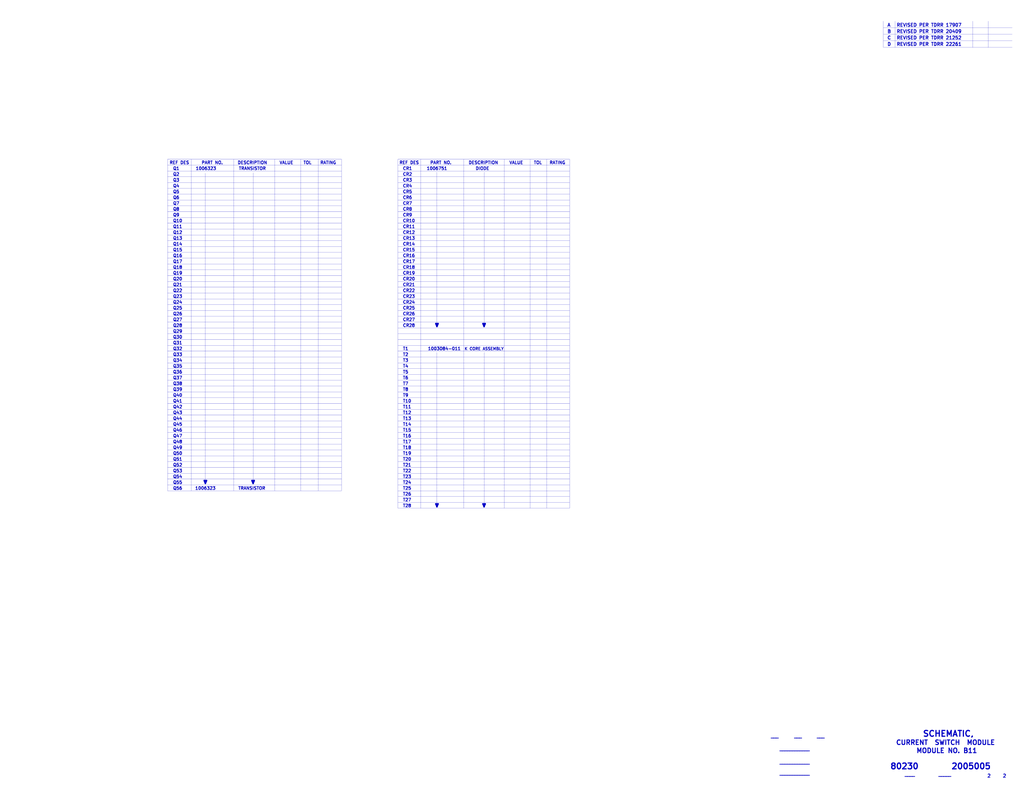
<source format=kicad_sch>
(kicad_sch (version 20211123) (generator eeschema)
  (paper "E")
  (lib_symbols)
  (polyline (pts (xy 299.72 173.99) (xy 299.72 535.94)) (stroke (width 0) (type solid)))
  (polyline (pts (xy 182.88 237.49) (xy 372.745 237.49)) (stroke (width 0) (type solid)))
  (polyline (pts (xy 529.59 353.3902) (xy 528.32 356.5652)) (stroke (width 1.524) (type solid)))
  (polyline (pts (xy 182.88 307.34) (xy 372.745 307.34)) (stroke (width 0) (type solid)))
  (polyline (pts (xy 434.34 542.29) (xy 621.665 542.29)) (stroke (width 0) (type solid)))
  (polyline (pts (xy 476.885 553.4152) (xy 475.615 550.2402)) (stroke (width 1.524) (type solid)))
  (polyline (pts (xy 276.225 528.32) (xy 276.225 188.595)) (stroke (width 0) (type solid)))
  (polyline (pts (xy 182.88 256.54) (xy 372.745 256.54)) (stroke (width 0) (type solid)))
  (polyline (pts (xy 434.34 205.74) (xy 621.665 205.74)) (stroke (width 0) (type solid)))
  (polyline (pts (xy 434.34 224.79) (xy 621.665 224.79)) (stroke (width 0) (type solid)))
  (polyline (pts (xy 372.745 535.94) (xy 372.745 173.99)) (stroke (width 0) (type solid)))
  (polyline (pts (xy 434.34 275.59) (xy 621.665 275.59)) (stroke (width 0) (type solid)))
  (polyline (pts (xy 475.615 353.3902) (xy 478.155 353.3902)) (stroke (width 1.524) (type solid)))
  (polyline (pts (xy 274.955 524.8402) (xy 277.495 524.8402)) (stroke (width 1.524) (type solid)))
  (polyline (pts (xy 434.34 466.09) (xy 621.665 466.09)) (stroke (width 0) (type solid)))
  (polyline (pts (xy 182.88 364.49) (xy 372.745 364.49)) (stroke (width 0) (type solid)))
  (polyline (pts (xy 434.34 212.09) (xy 621.665 212.09)) (stroke (width 0) (type solid)))
  (polyline (pts (xy 434.34 294.64) (xy 621.665 294.64)) (stroke (width 0) (type solid)))
  (polyline (pts (xy 434.34 231.14) (xy 621.665 231.14)) (stroke (width 0) (type solid)))
  (polyline (pts (xy 434.34 326.39) (xy 621.665 326.39)) (stroke (width 0) (type solid)))
  (polyline (pts (xy 434.34 288.29) (xy 621.665 288.29)) (stroke (width 0) (type solid)))
  (polyline (pts (xy 434.34 345.44) (xy 621.665 345.44)) (stroke (width 0) (type solid)))
  (polyline (pts (xy 182.88 193.04) (xy 372.745 193.04)) (stroke (width 0) (type solid)))
  (polyline (pts (xy 182.88 453.39) (xy 372.745 453.39)) (stroke (width 0) (type solid)))
  (polyline (pts (xy 434.34 453.39) (xy 621.665 453.39)) (stroke (width 0) (type solid)))
  (polyline (pts (xy 434.34 510.54) (xy 621.665 510.54)) (stroke (width 0) (type solid)))
  (polyline (pts (xy 225.425 524.8402) (xy 224.155 528.0152)) (stroke (width 1.524) (type solid)))
  (polyline (pts (xy 182.88 199.39) (xy 372.745 199.39)) (stroke (width 0) (type solid)))
  (polyline (pts (xy 475.615 550.2402) (xy 478.155 550.2402)) (stroke (width 1.524) (type solid)))
  (polyline (pts (xy 976.8332 23.114) (xy 976.8332 51.816)) (stroke (width 0) (type solid)))
  (polyline (pts (xy 182.88 173.99) (xy 182.88 535.94)) (stroke (width 0) (type solid)))
  (polyline (pts (xy 182.88 402.59) (xy 372.745 402.59)) (stroke (width 0) (type solid)))
  (polyline (pts (xy 182.88 288.29) (xy 372.745 288.29)) (stroke (width 0) (type solid)))
  (polyline (pts (xy 528.32 356.5652) (xy 527.05 353.3902)) (stroke (width 1.524) (type solid)))
  (polyline (pts (xy 182.88 447.04) (xy 372.745 447.04)) (stroke (width 0) (type solid)))
  (polyline (pts (xy 528.32 553.4152) (xy 527.05 550.2402)) (stroke (width 1.524) (type solid)))
  (polyline (pts (xy 506.095 173.99) (xy 506.095 554.99)) (stroke (width 0) (type solid)))
  (polyline (pts (xy 182.88 281.94) (xy 372.745 281.94)) (stroke (width 0) (type solid)))
  (polyline (pts (xy 434.34 193.04) (xy 621.665 193.04)) (stroke (width 0) (type solid)))
  (polyline (pts (xy 434.34 447.04) (xy 621.665 447.04)) (stroke (width 0) (type solid)))
  (polyline (pts (xy 434.34 440.69) (xy 621.665 440.69)) (stroke (width 0) (type solid)))
  (polyline (pts (xy 434.34 173.99) (xy 621.665 173.99)) (stroke (width 0) (type solid)))
  (polyline (pts (xy 182.88 326.39) (xy 372.745 326.39)) (stroke (width 0) (type solid)))
  (polyline (pts (xy 434.34 250.19) (xy 621.665 250.19)) (stroke (width 0) (type solid)))
  (polyline (pts (xy 182.88 186.69) (xy 372.745 186.69)) (stroke (width 0) (type solid)))
  (polyline (pts (xy 182.88 516.89) (xy 372.745 516.89)) (stroke (width 0) (type solid)))
  (polyline (pts (xy 182.88 415.29) (xy 372.745 415.29)) (stroke (width 0) (type solid)))
  (polyline (pts (xy 434.34 472.44) (xy 621.665 472.44)) (stroke (width 0) (type solid)))
  (polyline (pts (xy 434.34 364.49) (xy 621.665 364.49)) (stroke (width 0) (type solid)))
  (polyline (pts (xy 434.34 218.44) (xy 621.665 218.44)) (stroke (width 0) (type solid)))
  (polyline (pts (xy 182.88 510.54) (xy 372.745 510.54)) (stroke (width 0) (type solid)))
  (polyline (pts (xy 529.59 550.2402) (xy 528.32 553.4152)) (stroke (width 1.524) (type solid)))
  (polyline (pts (xy 527.05 550.2402) (xy 529.59 550.2402)) (stroke (width 1.524) (type solid)))
  (polyline (pts (xy 182.88 294.64) (xy 372.745 294.64)) (stroke (width 0) (type solid)))
  (polyline (pts (xy 434.34 377.19) (xy 621.665 377.19)) (stroke (width 0) (type solid)))
  (polyline (pts (xy 182.88 389.89) (xy 372.745 389.89)) (stroke (width 0) (type solid)))
  (polyline (pts (xy 434.34 256.54) (xy 621.665 256.54)) (stroke (width 0) (type solid)))
  (polyline (pts (xy 434.34 180.34) (xy 621.665 180.34)) (stroke (width 0) (type solid)))
  (polyline (pts (xy 182.88 523.24) (xy 372.745 523.24)) (stroke (width 0) (type solid)))
  (polyline (pts (xy 434.34 332.74) (xy 621.665 332.74)) (stroke (width 0) (type solid)))
  (polyline (pts (xy 182.88 529.59) (xy 372.745 529.59)) (stroke (width 0) (type solid)))
  (polyline (pts (xy 208.915 173.99) (xy 208.915 535.94)) (stroke (width 0) (type solid)))
  (polyline (pts (xy 434.34 529.59) (xy 621.665 529.59)) (stroke (width 0) (type solid)))
  (polyline (pts (xy 434.34 408.94) (xy 621.665 408.94)) (stroke (width 0) (type solid)))
  (polyline (pts (xy 224.155 189.23) (xy 224.155 528.32)) (stroke (width 0) (type solid)))
  (polyline (pts (xy 182.88 313.69) (xy 372.745 313.69)) (stroke (width 0) (type solid)))
  (polyline (pts (xy 434.34 358.14) (xy 621.665 358.14)) (stroke (width 0) (type solid)))
  (polyline (pts (xy 182.88 396.24) (xy 372.745 396.24)) (stroke (width 0) (type solid)))
  (polyline (pts (xy 964.1332 23.114) (xy 964.1332 51.816)) (stroke (width 0) (type solid)))
  (polyline (pts (xy 434.34 497.84) (xy 621.665 497.84)) (stroke (width 0) (type solid)))
  (polyline (pts (xy 347.345 173.99) (xy 347.345 535.94)) (stroke (width 0) (type solid)))
  (polyline (pts (xy 527.05 353.3902) (xy 529.59 353.3902)) (stroke (width 1.524) (type solid)))
  (polyline (pts (xy 182.88 212.09) (xy 372.745 212.09)) (stroke (width 0) (type solid)))
  (polyline (pts (xy 182.88 275.59) (xy 372.745 275.59)) (stroke (width 0) (type solid)))
  (polyline (pts (xy 434.34 300.99) (xy 621.665 300.99)) (stroke (width 0) (type solid)))
  (polyline (pts (xy 434.34 548.64) (xy 621.665 548.64)) (stroke (width 0) (type solid)))
  (polyline (pts (xy 182.88 504.19) (xy 372.745 504.19)) (stroke (width 0) (type solid)))
  (polyline (pts (xy 276.225 528.0152) (xy 274.955 524.8402)) (stroke (width 1.524) (type solid)))
  (polyline (pts (xy 476.885 384.81) (xy 476.885 553.72)) (stroke (width 0) (type solid)))
  (polyline (pts (xy 182.88 478.79) (xy 372.745 478.79)) (stroke (width 0) (type solid)))
  (polyline (pts (xy 1078.4332 23.114) (xy 1078.4332 51.816)) (stroke (width 0) (type solid)))
  (polyline (pts (xy 182.88 339.09) (xy 372.745 339.09)) (stroke (width 0) (type solid)))
  (polyline (pts (xy 1104.7222 44.323) (xy 964.1332 44.323)) (stroke (width 0) (type solid)))
  (polyline (pts (xy 222.885 524.8402) (xy 225.425 524.8402)) (stroke (width 1.524) (type solid)))
  (polyline (pts (xy 434.34 427.99) (xy 621.665 427.99)) (stroke (width 0) (type solid)))
  (polyline (pts (xy 277.495 524.8402) (xy 276.225 528.0152)) (stroke (width 1.524) (type solid)))
  (polyline (pts (xy 182.88 262.89) (xy 372.745 262.89)) (stroke (width 0) (type solid)))
  (polyline (pts (xy 434.34 389.89) (xy 621.665 389.89)) (stroke (width 0) (type solid)))
  (polyline (pts (xy 182.88 345.44) (xy 372.745 345.44)) (stroke (width 0) (type solid)))
  (polyline (pts (xy 182.88 218.44) (xy 372.745 218.44)) (stroke (width 0) (type solid)))
  (polyline (pts (xy 434.34 402.59) (xy 621.665 402.59)) (stroke (width 0) (type solid)))
  (polyline (pts (xy 434.34 516.89) (xy 621.665 516.89)) (stroke (width 0) (type solid)))
  (polyline (pts (xy 182.88 466.09) (xy 372.745 466.09)) (stroke (width 0) (type solid)))
  (polyline (pts (xy 182.88 243.84) (xy 372.745 243.84)) (stroke (width 0) (type solid)))
  (polyline (pts (xy 434.34 199.39) (xy 621.665 199.39)) (stroke (width 0) (type solid)))
  (polyline (pts (xy 182.88 427.99) (xy 372.745 427.99)) (stroke (width 0) (type solid)))
  (polyline (pts (xy 434.34 504.19) (xy 621.665 504.19)) (stroke (width 0) (type solid)))
  (polyline (pts (xy 964.3872 51.816) (xy 1104.7222 51.816)) (stroke (width 0) (type solid)))
  (polyline (pts (xy 182.88 440.69) (xy 372.745 440.69)) (stroke (width 0) (type solid)))
  (polyline (pts (xy 478.155 550.2402) (xy 476.885 553.4152)) (stroke (width 1.524) (type solid)))
  (polyline (pts (xy 182.88 250.19) (xy 372.745 250.19)) (stroke (width 0) (type solid)))
  (polyline (pts (xy 182.88 408.94) (xy 372.745 408.94)) (stroke (width 0) (type solid)))
  (polyline (pts (xy 434.34 339.09) (xy 621.665 339.09)) (stroke (width 0) (type solid)))
  (polyline (pts (xy 182.88 300.99) (xy 372.745 300.99)) (stroke (width 0) (type solid)))
  (polyline (pts (xy 255.27 535.94) (xy 255.27 173.99)) (stroke (width 0) (type solid)))
  (polyline (pts (xy 182.88 535.94) (xy 372.745 535.94)) (stroke (width 0) (type solid)))
  (polyline (pts (xy 182.88 370.84) (xy 372.745 370.84)) (stroke (width 0) (type solid)))
  (polyline (pts (xy 182.88 472.44) (xy 372.745 472.44)) (stroke (width 0) (type solid)))
  (polyline (pts (xy 964.1332 30.226) (xy 1104.7222 30.226)) (stroke (width 0) (type solid)))
  (polyline (pts (xy 964.3872 37.211) (xy 1104.7222 37.211)) (stroke (width 0) (type solid)))
  (polyline (pts (xy 182.88 224.79) (xy 372.745 224.79)) (stroke (width 0) (type solid)))
  (polyline (pts (xy 476.885 187.96) (xy 476.885 356.87)) (stroke (width 0) (type solid)))
  (polyline (pts (xy 434.34 491.49) (xy 621.665 491.49)) (stroke (width 0) (type solid)))
  (polyline (pts (xy 434.34 173.99) (xy 434.34 554.99)) (stroke (width 0) (type solid)))
  (polyline (pts (xy 182.88 205.74) (xy 372.745 205.74)) (stroke (width 0) (type solid)))
  (polyline (pts (xy 434.34 421.64) (xy 621.665 421.64)) (stroke (width 0) (type solid)))
  (polyline (pts (xy 434.34 478.79) (xy 621.665 478.79)) (stroke (width 0) (type solid)))
  (polyline (pts (xy 528.32 553.72) (xy 528.32 384.81)) (stroke (width 0) (type solid)))
  (polyline (pts (xy 182.88 180.34) (xy 372.745 180.34)) (stroke (width 0) (type solid)))
  (polyline (pts (xy 182.88 320.04) (xy 372.745 320.04)) (stroke (width 0) (type solid)))
  (polyline (pts (xy 434.34 243.84) (xy 621.665 243.84)) (stroke (width 0) (type solid)))
  (polyline (pts (xy 182.88 497.84) (xy 372.745 497.84)) (stroke (width 0) (type solid)))
  (polyline (pts (xy 596.9 554.99) (xy 596.9 173.99)) (stroke (width 0) (type solid)))
  (polyline (pts (xy 434.34 415.29) (xy 621.665 415.29)) (stroke (width 0) (type solid)))
  (polyline (pts (xy 434.34 313.69) (xy 621.665 313.69)) (stroke (width 0) (type solid)))
  (polyline (pts (xy 434.34 237.49) (xy 621.665 237.49)) (stroke (width 0) (type solid)))
  (polyline (pts (xy 182.88 421.64) (xy 372.745 421.64)) (stroke (width 0) (type solid)))
  (polyline (pts (xy 621.665 173.99) (xy 621.665 554.99)) (stroke (width 0) (type solid)))
  (polyline (pts (xy 328.295 535.94) (xy 328.295 173.99)) (stroke (width 0) (type solid)))
  (polyline (pts (xy 182.88 351.79) (xy 372.745 351.79)) (stroke (width 0) (type solid)))
  (polyline (pts (xy 434.34 262.89) (xy 621.665 262.89)) (stroke (width 0) (type solid)))
  (polyline (pts (xy 434.34 307.34) (xy 621.665 307.34)) (stroke (width 0) (type solid)))
  (polyline (pts (xy 182.88 459.74) (xy 372.745 459.74)) (stroke (width 0) (type solid)))
  (polyline (pts (xy 182.88 332.74) (xy 372.745 332.74)) (stroke (width 0) (type solid)))
  (polyline (pts (xy 434.34 485.14) (xy 621.665 485.14)) (stroke (width 0) (type solid)))
  (polyline (pts (xy 528.32 356.87) (xy 528.32 187.96)) (stroke (width 0) (type solid)))
  (polyline (pts (xy 578.485 173.99) (xy 578.485 554.99)) (stroke (width 0) (type solid)))
  (polyline (pts (xy 434.34 281.94) (xy 621.665 281.94)) (stroke (width 0) (type solid)))
  (polyline (pts (xy 182.88 491.49) (xy 372.745 491.49)) (stroke (width 0) (type solid)))
  (polyline (pts (xy 182.88 383.54) (xy 372.745 383.54)) (stroke (width 0) (type solid)))
  (polyline (pts (xy 434.34 535.94) (xy 621.665 535.94)) (stroke (width 0) (type solid)))
  (polyline (pts (xy 434.34 396.24) (xy 621.665 396.24)) (stroke (width 0) (type solid)))
  (polyline (pts (xy 434.34 383.54) (xy 621.665 383.54)) (stroke (width 0) (type solid)))
  (polyline (pts (xy 434.34 523.24) (xy 621.665 523.24)) (stroke (width 0) (type solid)))
  (polyline (pts (xy 182.88 358.14) (xy 372.745 358.14)) (stroke (width 0) (type solid)))
  (polyline (pts (xy 434.34 370.84) (xy 621.665 370.84)) (stroke (width 0) (type solid)))
  (polyline (pts (xy 434.34 351.79) (xy 621.665 351.79)) (stroke (width 0) (type solid)))
  (polyline (pts (xy 476.885 356.5652) (xy 475.615 353.3902)) (stroke (width 1.524) (type solid)))
  (polyline (pts (xy 434.34 554.99) (xy 621.665 554.99)) (stroke (width 0) (type solid)))
  (polyline (pts (xy 182.88 485.14) (xy 372.745 485.14)) (stroke (width 0) (type solid)))
  (polyline (pts (xy 434.34 186.69) (xy 621.665 186.69)) (stroke (width 0) (type solid)))
  (polyline (pts (xy 434.34 434.34) (xy 621.665 434.34)) (stroke (width 0) (type solid)))
  (polyline (pts (xy 182.88 434.34) (xy 372.745 434.34)) (stroke (width 0) (type solid)))
  (polyline (pts (xy 434.34 459.74) (xy 621.665 459.74)) (stroke (width 0) (type solid)))
  (polyline (pts (xy 182.88 173.99) (xy 372.745 173.99)) (stroke (width 0) (type solid)))
  (polyline (pts (xy 224.155 528.0152) (xy 222.885 524.8402)) (stroke (width 1.524) (type solid)))
  (polyline (pts (xy 182.88 269.24) (xy 372.745 269.24)) (stroke (width 0) (type solid)))
  (polyline (pts (xy 550.545 554.99) (xy 550.545 173.99)) (stroke (width 0) (type solid)))
  (polyline (pts (xy 478.155 353.3902) (xy 476.885 356.5652)) (stroke (width 1.524) (type solid)))
  (polyline (pts (xy 434.34 269.24) (xy 621.665 269.24)) (stroke (width 0) (type solid)))
  (polyline (pts (xy 434.34 320.04) (xy 621.665 320.04)) (stroke (width 0) (type solid)))
  (polyline (pts (xy 182.88 377.19) (xy 372.745 377.19)) (stroke (width 0) (type solid)))
  (polyline (pts (xy 182.88 231.14) (xy 372.745 231.14)) (stroke (width 0) (type solid)))
  (polyline (pts (xy 1061.5422 23.114) (xy 1061.5422 51.816)) (stroke (width 0) (type solid)))
  (polyline (pts (xy 459.105 554.99) (xy 459.105 173.99)) (stroke (width 0) (type solid)))
  (text "REVISED PER TDRR 20409" (at 978.3572 36.576 0) (effects (font (size 3.556 3.556) (thickness 0.7112) bold) (justify left bottom)))
  (text "CR27" (at 439.42 351.155 0) (effects (font (size 3.302 3.302) (thickness 0.6604) bold) (justify left bottom)))
  (text "____________" (at 850.5698 834.9996 0) (effects (font (size 3.556 3.556) (thickness 0.7112) bold) (justify left bottom)))
  (text "____________" (at 850.5698 820.3946 0) (effects (font (size 3.556 3.556) (thickness 0.7112) bold) (justify left bottom)))
  (text "Q9" (at 188.595 236.855 0) (effects (font (size 3.302 3.302) (thickness 0.6604) bold) (justify left bottom)))
  (text "T28" (at 439.42 554.355 0) (effects (font (size 3.302 3.302) (thickness 0.6604) bold) (justify left bottom)))
  (text "TOL" (at 330.835 179.705 0) (effects (font (size 3.302 3.302) (thickness 0.6604) bold) (justify left bottom)))
  (text "TOL" (at 582.295 179.705 0) (effects (font (size 3.302 3.302) (thickness 0.6604) bold) (justify left bottom)))
  (text "T10" (at 439.42 440.055 0) (effects (font (size 3.302 3.302) (thickness 0.6604) bold) (justify left bottom)))
  (text "CR1" (at 439.42 186.055 0) (effects (font (size 3.302 3.302) (thickness 0.6604) bold) (justify left bottom)))
  (text "T7" (at 439.42 421.005 0) (effects (font (size 3.302 3.302) (thickness 0.6604) bold) (justify left bottom)))
  (text "Q25" (at 188.595 338.455 0) (effects (font (size 3.302 3.302) (thickness 0.6604) bold) (justify left bottom)))
  (text "T27" (at 439.42 548.005 0) (effects (font (size 3.302 3.302) (thickness 0.6604) bold) (justify left bottom)))
  (text "CR8" (at 439.42 230.505 0) (effects (font (size 3.302 3.302) (thickness 0.6604) bold) (justify left bottom)))
  (text "CR25" (at 439.42 338.455 0) (effects (font (size 3.302 3.302) (thickness 0.6604) bold) (justify left bottom)))
  (text "Q31" (at 188.595 376.555 0) (effects (font (size 3.302 3.302) (thickness 0.6604) bold) (justify left bottom)))
  (text "CR9" (at 439.42 236.855 0) (effects (font (size 3.302 3.302) (thickness 0.6604) bold) (justify left bottom)))
  (text "T15" (at 439.42 471.805 0) (effects (font (size 3.302 3.302) (thickness 0.6604) bold) (justify left bottom)))
  (text "TRANSISTOR" (at 259.715 535.305 0) (effects (font (size 3.302 3.302) (thickness 0.6604) bold) (justify left bottom)))
  (text "T1" (at 439.42 382.905 0) (effects (font (size 3.302 3.302) (thickness 0.6604) bold) (justify left bottom)))
  (text "T4" (at 439.42 401.955 0) (effects (font (size 3.302 3.302) (thickness 0.6604) bold) (justify left bottom)))
  (text "CR12" (at 439.42 255.905 0) (effects (font (size 3.302 3.302) (thickness 0.6604) bold) (justify left bottom)))
  (text "Q37" (at 188.595 414.655 0) (effects (font (size 3.302 3.302) (thickness 0.6604) bold) (justify left bottom)))
  (text "Q34" (at 188.595 395.605 0) (effects (font (size 3.302 3.302) (thickness 0.6604) bold) (justify left bottom)))
  (text "TRANSISTOR" (at 260.35 186.055 0) (effects (font (size 3.302 3.302) (thickness 0.6604) bold) (justify left bottom)))
  (text "CR10" (at 439.42 243.205 0) (effects (font (size 3.302 3.302) (thickness 0.6604) bold) (justify left bottom)))
  (text "CR5" (at 439.42 211.455 0) (effects (font (size 3.302 3.302) (thickness 0.6604) bold) (justify left bottom)))
  (text "Q20" (at 188.595 306.705 0) (effects (font (size 3.302 3.302) (thickness 0.6604) bold) (justify left bottom)))
  (text "Q13" (at 188.595 262.255 0) (effects (font (size 3.302 3.302) (thickness 0.6604) bold) (justify left bottom)))
  (text "CR26" (at 439.42 344.805 0) (effects (font (size 3.302 3.302) (thickness 0.6604) bold) (justify left bottom)))
  (text "CURRENT  SWITCH  MODULE" (at 977.5698 814.0446 0) (effects (font (size 5.08 5.08) (thickness 1.016) bold) (justify left bottom)))
  (text "A" (at 968.1972 29.591 0) (effects (font (size 3.556 3.556) (thickness 0.7112) bold) (justify left bottom)))
  (text "T25" (at 439.42 535.305 0) (effects (font (size 3.302 3.302) (thickness 0.6604) bold) (justify left bottom)))
  (text "Q42" (at 188.595 446.405 0) (effects (font (size 3.302 3.302) (thickness 0.6604) bold) (justify left bottom)))
  (text "CR3" (at 439.42 198.755 0) (effects (font (size 3.302 3.302) (thickness 0.6604) bold) (justify left bottom)))
  (text "T13" (at 439.42 459.105 0) (effects (font (size 3.302 3.302) (thickness 0.6604) bold) (justify left bottom)))
  (text "T24" (at 439.42 528.955 0) (effects (font (size 3.302 3.302) (thickness 0.6604) bold) (justify left bottom)))
  (text "Q35" (at 188.595 401.955 0) (effects (font (size 3.302 3.302) (thickness 0.6604) bold) (justify left bottom)))
  (text "Q48" (at 188.595 484.505 0) (effects (font (size 3.302 3.302) (thickness 0.6604) bold) (justify left bottom)))
  (text "PART NO." (at 219.71 179.705 0) (effects (font (size 3.302 3.302) (thickness 0.6604) bold) (justify left bottom)))
  (text "Q55" (at 188.595 528.955 0) (effects (font (size 3.302 3.302) (thickness 0.6604) bold) (justify left bottom)))
  (text "Q17" (at 188.595 287.655 0) (effects (font (size 3.302 3.302) (thickness 0.6604) bold) (justify left bottom)))
  (text "Q18" (at 188.595 294.005 0) (effects (font (size 3.302 3.302) (thickness 0.6604) bold) (justify left bottom)))
  (text "CR7" (at 439.42 224.155 0) (effects (font (size 3.302 3.302) (thickness 0.6604) bold) (justify left bottom)))
  (text "Q43" (at 188.595 452.755 0) (effects (font (size 3.302 3.302) (thickness 0.6604) bold) (justify left bottom)))
  (text "DESCRIPTION" (at 259.08 179.705 0) (effects (font (size 3.302 3.302) (thickness 0.6604) bold) (justify left bottom)))
  (text "80230" (at 971.2198 840.7146 0) (effects (font (size 6.35 6.35) (thickness 1.27) bold) (justify left bottom)))
  (text "RATING" (at 349.25 179.705 0) (effects (font (size 3.302 3.302) (thickness 0.6604) bold) (justify left bottom)))
  (text "VALUE" (at 304.8 179.705 0) (effects (font (size 3.302 3.302) (thickness 0.6604) bold) (justify left bottom)))
  (text "REVISED PER TDRR 22261" (at 978.3572 50.546 0) (effects (font (size 3.556 3.556) (thickness 0.7112) bold) (justify left bottom)))
  (text "Q41" (at 188.595 440.055 0) (effects (font (size 3.302 3.302) (thickness 0.6604) bold) (justify left bottom)))
  (text "CR16" (at 439.42 281.305 0) (effects (font (size 3.302 3.302) (thickness 0.6604) bold) (justify left bottom)))
  (text "Q28" (at 188.595 357.505 0) (effects (font (size 3.302 3.302) (thickness 0.6604) bold) (justify left bottom)))
  (text "2     2" (at 1077.2648 849.6046 0) (effects (font (size 3.556 3.556) (thickness 0.7112) bold) (justify left bottom)))
  (text "T23" (at 439.42 522.605 0) (effects (font (size 3.302 3.302) (thickness 0.6604) bold) (justify left bottom)))
  (text "Q29" (at 188.595 363.855 0) (effects (font (size 3.302 3.302) (thickness 0.6604) bold) (justify left bottom)))
  (text "Q51" (at 188.595 503.555 0) (effects (font (size 3.302 3.302) (thickness 0.6604) bold) (justify left bottom)))
  (text "Q32" (at 188.595 382.905 0) (effects (font (size 3.302 3.302) (thickness 0.6604) bold) (justify left bottom)))
  (text "Q11" (at 188.595 249.555 0) (effects (font (size 3.302 3.302) (thickness 0.6604) bold) (justify left bottom)))
  (text "CR4" (at 439.42 205.105 0) (effects (font (size 3.302 3.302) (thickness 0.6604) bold) (justify left bottom)))
  (text "T19" (at 439.42 497.205 0) (effects (font (size 3.302 3.302) (thickness 0.6604) bold) (justify left bottom)))
  (text "T12" (at 439.42 452.755 0) (effects (font (size 3.302 3.302) (thickness 0.6604) bold) (justify left bottom)))
  (text "RATING" (at 599.44 179.705 0) (effects (font (size 3.302 3.302) (thickness 0.6604) bold) (justify left bottom)))
  (text "Q5" (at 188.595 211.455 0) (effects (font (size 3.302 3.302) (thickness 0.6604) bold) (justify left bottom)))
  (text "DESCRIPTION" (at 511.175 179.705 0) (effects (font (size 3.302 3.302) (thickness 0.6604) bold) (justify left bottom)))
  (text "Q19" (at 188.595 300.355 0) (effects (font (size 3.302 3.302) (thickness 0.6604) bold) (justify left bottom)))
  (text "1006751" (at 465.455 186.055 0) (effects (font (size 3.302 3.302) (thickness 0.6604) bold) (justify left bottom)))
  (text "Q7" (at 188.595 224.155 0) (effects (font (size 3.302 3.302) (thickness 0.6604) bold) (justify left bottom)))
  (text "Q40" (at 188.595 433.705 0) (effects (font (size 3.302 3.302) (thickness 0.6604) bold) (justify left bottom)))
  (text "_____" (at 1023.9248 848.3346 0) (effects (font (size 3.556 3.556) (thickness 0.7112) bold) (justify left bottom)))
  (text "PART NO." (at 469.265 179.705 0) (effects (font (size 3.302 3.302) (thickness 0.6604) bold) (justify left bottom)))
  (text "CR23" (at 439.42 325.755 0) (effects (font (size 3.302 3.302) (thickness 0.6604) bold) (justify left bottom)))
  (text "K CORE ASSEMBLY" (at 506.73 382.905 0) (effects (font (size 3.048 3.048) (thickness 0.6096) bold) (justify left bottom)))
  (text "REF DES" (at 435.61 179.705 0) (effects (font (size 3.302 3.302) (thickness 0.6604) bold) (justify left bottom)))
  (text "T14" (at 439.42 465.455 0) (effects (font (size 3.302 3.302) (thickness 0.6604) bold) (justify left bottom)))
  (text "Q30" (at 188.595 370.205 0) (effects (font (size 3.302 3.302) (thickness 0.6604) bold) (justify left bottom)))
  (text "DIODE" (at 518.795 186.055 0) (effects (font (size 3.302 3.302) (thickness 0.6604) bold) (justify left bottom)))
  (text "REF DES" (at 184.785 179.705 0) (effects (font (size 3.302 3.302) (thickness 0.6604) bold) (justify left bottom)))
  (text "CR6" (at 439.42 217.805 0) (effects (font (size 3.302 3.302) (thickness 0.6604) bold) (justify left bottom)))
  (text "D" (at 968.1972 50.546 0) (effects (font (size 3.556 3.556) (thickness 0.7112) bold) (justify left bottom)))
  (text "CR18" (at 439.42 294.005 0) (effects (font (size 3.302 3.302) (thickness 0.6604) bold) (justify left bottom)))
  (text "T6" (at 439.42 414.655 0) (effects (font (size 3.302 3.302) (thickness 0.6604) bold) (justify left bottom)))
  (text "CR21" (at 439.42 313.055 0) (effects (font (size 3.302 3.302) (thickness 0.6604) bold) (justify left bottom)))
  (text "T21" (at 439.42 509.905 0) (effects (font (size 3.302 3.302) (thickness 0.6604) bold) (justify left bottom)))
  (text "CR2" (at 439.42 192.405 0) (effects (font (size 3.302 3.302) (thickness 0.6604) bold) (justify left bottom)))
  (text "Q3" (at 188.595 198.755 0) (effects (font (size 3.302 3.302) (thickness 0.6604) bold) (justify left bottom)))
  (text "____________" (at 850.5698 847.0646 0) (effects (font (size 3.556 3.556) (thickness 0.7112) bold) (justify left bottom)))
  (text "1006323" (at 212.725 535.305 0) (effects (font (size 3.302 3.302) (thickness 0.6604) bold) (justify left bottom)))
  (text "CR28" (at 439.42 357.505 0) (effects (font (size 3.302 3.302) (thickness 0.6604) bold) (justify left bottom)))
  (text "Q4" (at 188.595 205.105 0) (effects (font (size 3.302 3.302) (thickness 0.6604) bold) (justify left bottom)))
  (text "T2" (at 439.42 389.255 0) (effects (font (size 3.302 3.302) (thickness 0.6604) bold) (justify left bottom)))
  (text "Q44" (at 188.595 459.105 0) (effects (font (size 3.302 3.302) (thickness 0.6604) bold) (justify left bottom)))
  (text "CR17" (at 439.42 287.655 0) (effects (font (size 3.302 3.302) (thickness 0.6604) bold) (justify left bottom)))
  (text "CR13" (at 439.42 262.255 0) (effects (font (size 3.302 3.302) (thickness 0.6604) bold) (justify left bottom)))
  (text "B" (at 968.1972 36.576 0) (effects (font (size 3.556 3.556) (thickness 0.7112) bold) (justify left bottom)))
  (text "Q47" (at 188.595 478.155 0) (effects (font (size 3.302 3.302) (thickness 0.6604) bold) (justify left bottom)))
  (text "REVISED PER TDRR 17907" (at 978.3572 29.591 0) (effects (font (size 3.556 3.556) (thickness 0.7112) bold) (justify left bottom)))
  (text "T20" (at 439.42 503.555 0) (effects (font (size 3.302 3.302) (thickness 0.6604) bold) (justify left bottom)))
  (text "CR19" (at 439.42 300.355 0) (effects (font (size 3.302 3.302) (thickness 0.6604) bold) (justify left bottom)))
  (text "MODULE NO. B11" (at 999.7948 822.9346 0) (effects (font (size 5.08 5.08) (thickness 1.016) bold) (justify left bottom)))
  (text "T3" (at 439.42 395.605 0) (effects (font (size 3.302 3.302) (thickness 0.6604) bold) (justify left bottom)))
  (text "Q16" (at 188.595 281.305 0) (effects (font (size 3.302 3.302) (thickness 0.6604) bold) (justify left bottom)))
  (text "Q54" (at 188.595 522.605 0) (effects (font (size 3.302 3.302) (thickness 0.6604) bold) (justify left bottom)))
  (text "Q53" (at 188.595 516.255 0) (effects (font (size 3.302 3.302) (thickness 0.6604) bold) (justify left bottom)))
  (text "Q15" (at 188.595 274.955 0) (effects (font (size 3.302 3.302) (thickness 0.6604) bold) (justify left bottom)))
  (text "T8" (at 439.42 427.355 0) (effects (font (size 3.302 3.302) (thickness 0.6604) bold) (justify left bottom)))
  (text "___" (at 891.2098 806.4246 0) (effects (font (size 3.556 3.556) (thickness 0.7112) bold) (justify left bottom)))
  (text "CR14" (at 439.42 268.605 0) (effects (font (size 3.302 3.302) (thickness 0.6604) bold) (justify left bottom)))
  (text "Q2" (at 188.595 192.405 0) (effects (font (size 3.302 3.302) (thickness 0.6604) bold) (justify left bottom)))
  (text "T9" (at 439.42 433.705 0) (effects (font (size 3.302 3.302) (thickness 0.6604) bold) (justify left bottom)))
  (text "Q12" (at 188.595 255.905 0) (effects (font (size 3.302 3.302) (thickness 0.6604) bold) (justify left bottom)))
  (text "1003084-011" (at 466.725 382.905 0) (effects (font (size 3.302 3.302) (thickness 0.6604) bold) (justify left bottom)))
  (text "T5" (at 439.42 408.305 0) (effects (font (size 3.302 3.302) (thickness 0.6604) bold) (justify left bottom)))
  (text "SCHEMATIC," (at 1006.7798 805.1546 0) (effects (font (size 6.35 6.35) (thickness 1.27) bold) (justify left bottom)))
  (text "T16" (at 439.42 478.155 0) (effects (font (size 3.302 3.302) (thickness 0.6604) bold) (justify left bottom)))
  (text "CR24" (at 439.42 332.105 0) (effects (font (size 3.302 3.302) (thickness 0.6604) bold) (justify left bottom)))
  (text "Q1" (at 188.595 186.055 0) (effects (font (size 3.302 3.302) (thickness 0.6604) bold) (justify left bottom)))
  (text "T18" (at 439.42 490.855 0) (effects (font (size 3.302 3.302) (thickness 0.6604) bold) (justify left bottom)))
  (text "Q45" (at 188.595 465.455 0) (effects (font (size 3.302 3.302) (thickness 0.6604) bold) (justify left bottom)))
  (text "CR20" (at 439.42 306.705 0) (effects (font (size 3.302 3.302) (thickness 0.6604) bold) (justify left bottom)))
  (text "Q23" (at 188.595 325.755 0) (effects (font (size 3.302 3.302) (thickness 0.6604) bold) (justify left bottom)))
  (text "Q14" (at 188.595 268.605 0) (effects (font (size 3.302 3.302) (thickness 0.6604) bold) (justify left bottom)))
  (text "CR11" (at 439.42 249.555 0) (effects (font (size 3.302 3.302) (thickness 0.6604) bold) (justify left bottom)))
  (text "Q22" (at 188.595 319.405 0) (effects (font (size 3.302 3.302) (thickness 0.6604) bold) (justify left bottom)))
  (text "Q10" (at 188.595 243.205 0) (effects (font (size 3.302 3.302) (thickness 0.6604) bold) (justify left bottom)))
  (text "T11" (at 439.42 446.405 0) (effects (font (size 3.302 3.302) (thickness 0.6604) bold) (justify left bottom)))
  (text "Q46" (at 188.595 471.805 0) (effects (font (size 3.302 3.302) (thickness 0.6604) bold) (justify left bottom)))
  (text "Q6" (at 188.595 217.805 0) (effects (font (size 3.302 3.302) (thickness 0.6604) bold) (justify left bottom)))
  (text "Q8" (at 188.595 230.505 0) (effects (font (size 3.302 3.302) (thickness 0.6604) bold) (justify left bottom)))
  (text "VALUE" (at 555.625 179.705 0) (effects (font (size 3.302 3.302) (thickness 0.6604) bold) (justify left bottom)))
  (text "Q38" (at 188.595 421.005 0) (effects (font (size 3.302 3.302) (thickness 0.6604) bold) (justify left bottom)))
  (text "Q52" (at 188.595 509.905 0) (effects (font (size 3.302 3.302) (thickness 0.6604) bold) (justify left bottom)))
  (text "Q27" (at 188.595 351.155 0) (effects (font (size 3.302 3.302) (thickness 0.6604) bold) (justify left bottom)))
  (text "Q56" (at 188.595 535.305 0) (effects (font (size 3.302 3.302) (thickness 0.6604) bold) (justify left bottom)))
  (text "Q26" (at 188.595 344.805 0) (effects (font (size 3.302 3.302) (thickness 0.6604) bold) (justify left bottom)))
  (text "____" (at 987.0948 848.3346 0) (effects (font (size 3.556 3.556) (thickness 0.7112) bold) (justify left bottom)))
  (text "Q36" (at 188.595 408.305 0) (effects (font (size 3.302 3.302) (thickness 0.6604) bold) (justify left bottom)))
  (text "___" (at 841.0448 806.4246 0) (effects (font (size 3.556 3.556) (thickness 0.7112) bold) (justify left bottom)))
  (text "___" (at 866.4448 806.4246 0) (effects (font (size 3.556 3.556) (thickness 0.7112) bold) (justify left bottom)))
  (text "T22" (at 439.42 516.255 0) (effects (font (size 3.302 3.302) (thickness 0.6604) bold) (justify left bottom)))
  (text "CR22" (at 439.42 319.405 0) (effects (font (size 3.302 3.302) (thickness 0.6604) bold) (justify left bottom)))
  (text "Q50" (at 188.595 497.205 0) (effects (font (size 3.302 3.302) (thickness 0.6604) bold) (justify left bottom)))
  (text "REVISED PER TDRR 21252" (at 978.3572 43.561 0) (effects (font (size 3.556 3.556) (thickness 0.7112) bold) (justify left bottom)))
  (text "T17" (at 439.42 484.505 0) (effects (font (size 3.302 3.302) (thickness 0.6604) bold) (justify left bottom)))
  (text "Q24" (at 188.595 332.105 0) (effects (font (size 3.302 3.302) (thickness 0.6604) bold) (justify left bottom)))
  (text "1006323" (at 213.36 186.055 0) (effects (font (size 3.302 3.302) (thickness 0.6604) bold) (justify left bottom)))
  (text "Q21" (at 188.595 313.055 0) (effects (font (size 3.302 3.302) (thickness 0.6604) bold) (justify left bottom)))
  (text "Q39" (at 188.595 427.355 0) (effects (font (size 3.302 3.302) (thickness 0.6604) bold) (justify left bottom)))
  (text "Q49" (at 188.595 490.855 0) (effects (font (size 3.302 3.302) (thickness 0.6604) bold) (justify left bottom)))
  (text "CR15" (at 439.42 274.955 0) (effects (font (size 3.302 3.302) (thickness 0.6604) bold) (justify left bottom)))
  (text "T26" (at 439.42 541.655 0) (effects (font (size 3.302 3.302) (thickness 0.6604) bold) (justify left bottom)))
  (text "2005005" (at 1037.8948 840.7146 0) (effects (font (size 6.35 6.35) (thickness 1.27) bold) (justify left bottom)))
  (text "Q33" (at 188.595 389.255 0) (effects (font (size 3.302 3.302) (thickness 0.6604) bold) (justify left bottom)))
  (text "C" (at 968.1972 43.561 0) (effects (font (size 3.556 3.556) (thickness 0.7112) bold) (justify left bottom)))
)
</source>
